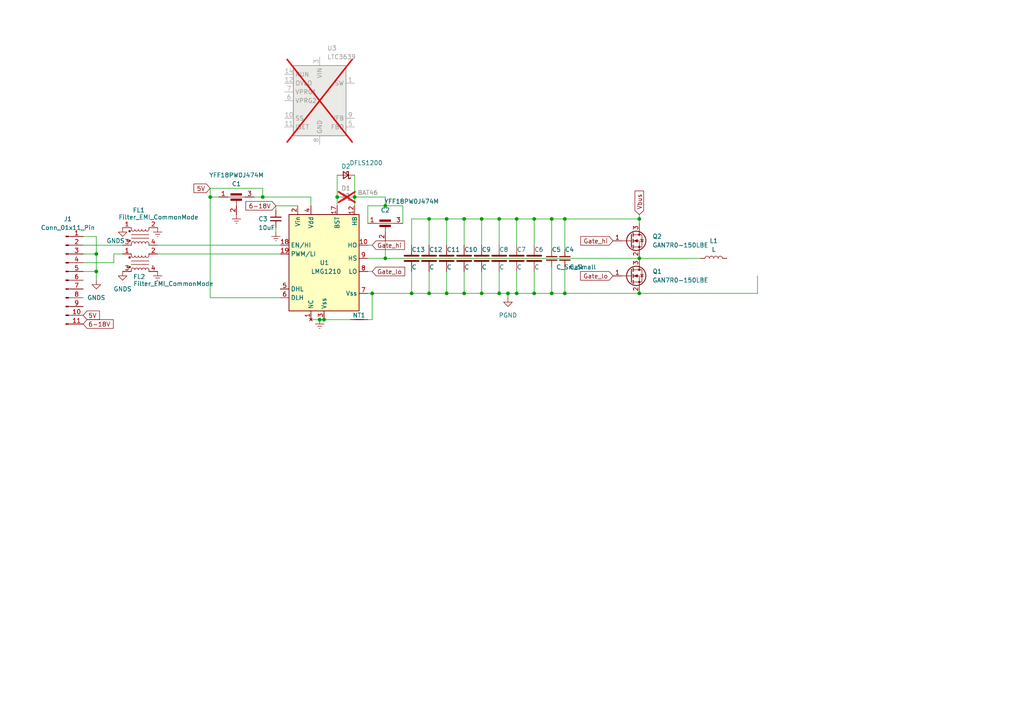
<source format=kicad_sch>
(kicad_sch (version 20230819) (generator eeschema)
  (paper "A4")
  (lib_symbols
    (symbol "Connector:Conn_01x11_Pin" (pin_names (offset 1.016) hide)
      (property "Reference" "J" (at 0 15.24 0))
      (property "Value" "Conn_01x11_Pin" (at 0 -15.24 0))
      (symbol "Conn_01x11_Pin_1_1"
        (polyline (pts (xy 1.27 -12.7) (xy 0.8636 -12.7)) (stroke (width 0.1524)))
        (polyline (pts (xy 1.27 -10.16) (xy 0.8636 -10.16)) (stroke (width 0.1524)))
        (polyline (pts (xy 1.27 -7.62) (xy 0.8636 -7.62)) (stroke (width 0.1524)))
        (polyline (pts (xy 1.27 -5.08) (xy 0.8636 -5.08)) (stroke (width 0.1524)))
        (polyline (pts (xy 1.27 -2.54) (xy 0.8636 -2.54)) (stroke (width 0.1524)))
        (polyline (pts (xy 1.27 0) (xy 0.8636 0)) (stroke (width 0.1524)))
        (polyline (pts (xy 1.27 2.54) (xy 0.8636 2.54)) (stroke (width 0.1524)))
        (polyline (pts (xy 1.27 5.08) (xy 0.8636 5.08)) (stroke (width 0.1524)))
        (polyline (pts (xy 1.27 7.62) (xy 0.8636 7.62)) (stroke (width 0.1524)))
        (polyline (pts (xy 1.27 10.16) (xy 0.8636 10.16)) (stroke (width 0.1524)))
        (polyline (pts (xy 1.27 12.7) (xy 0.8636 12.7)) (stroke (width 0.1524)))
        (rectangle (start 0.8636 -12.573) (end 0 -12.827) (stroke (width 0.1524)) (fill (type outline)))
        (rectangle (start 0.8636 -10.033) (end 0 -10.287) (stroke (width 0.1524)) (fill (type outline)))
        (rectangle (start 0.8636 -7.493) (end 0 -7.747) (stroke (width 0.1524)) (fill (type outline)))
        (rectangle (start 0.8636 -4.953) (end 0 -5.207) (stroke (width 0.1524)) (fill (type outline)))
        (rectangle (start 0.8636 -2.413) (end 0 -2.667) (stroke (width 0.1524)) (fill (type outline)))
        (rectangle (start 0.8636 0.127) (end 0 -0.127) (stroke (width 0.1524)) (fill (type outline)))
        (rectangle (start 0.8636 2.667) (end 0 2.413) (stroke (width 0.1524)) (fill (type outline)))
        (rectangle (start 0.8636 5.207) (end 0 4.953) (stroke (width 0.1524)) (fill (type outline)))
        (rectangle (start 0.8636 7.747) (end 0 7.493) (stroke (width 0.1524)) (fill (type outline)))
        (rectangle (start 0.8636 10.287) (end 0 10.033) (stroke (width 0.1524)) (fill (type outline)))
        (rectangle (start 0.8636 12.827) (end 0 12.573) (stroke (width 0.1524)) (fill (type outline)))
        (pin passive line (at 5.08 12.7 180) (length 3.81) (name "Pin_1") (number "1"))
        (pin passive line (at 5.08 -10.16 180) (length 3.81) (name "Pin_10") (number "10"))
        (pin passive line (at 5.08 -12.7 180) (length 3.81) (name "Pin_11") (number "11"))
        (pin passive line (at 5.08 10.16 180) (length 3.81) (name "Pin_2") (number "2"))
        (pin passive line (at 5.08 7.62 180) (length 3.81) (name "Pin_3") (number "3"))
        (pin passive line (at 5.08 5.08 180) (length 3.81) (name "Pin_4") (number "4"))
        (pin passive line (at 5.08 2.54 180) (length 3.81) (name "Pin_5") (number "5"))
        (pin passive line (at 5.08 0 180) (length 3.81) (name "Pin_6") (number "6"))
        (pin passive line (at 5.08 -2.54 180) (length 3.81) (name "Pin_7") (number "7"))
        (pin passive line (at 5.08 -5.08 180) (length 3.81) (name "Pin_8") (number "8"))
        (pin passive line (at 5.08 -7.62 180) (length 3.81) (name "Pin_9") (number "9"))
      )
    )
    (symbol "Device:C" (pin_numbers hide) (pin_names (offset 0.254))
      (property "Reference" "C" (at 0.635 2.54 0))
      (property "Value" "C" (at 0.635 -2.54 0))
      (symbol "C_0_1"
        (polyline (pts (xy -2.032 -0.762) (xy 2.032 -0.762)) (stroke (width 0.508)))
        (polyline (pts (xy -2.032 0.762) (xy 2.032 0.762)) (stroke (width 0.508)))
      )
      (symbol "C_1_1"
        (pin passive line (at 0 3.81 270) (length 2.794) (name "~") (number "1"))
        (pin passive line (at 0 -3.81 90) (length 2.794) (name "~") (number "2"))
      )
    )
    (symbol "Device:C_Feedthrough" (pin_names (offset 0.254) hide)
      (property "Reference" "C" (at 0 7.62 0))
      (property "Value" "C_Feedthrough" (at 0 5.715 0))
      (symbol "C_Feedthrough_0_1"
        (rectangle (start -1.651 1.524) (end 1.524 2.032) (fill (type outline)))
        (polyline (pts (xy -2.54 2.54) (xy 2.54 2.54)))
        (polyline (pts (xy 0 0) (xy 0 1.778)))
        (rectangle (start 1.524 3.048) (end -1.651 3.556) (fill (type outline)))
      )
      (symbol "C_Feedthrough_1_1"
        (pin passive line (at -5.08 2.54 0) (length 2.54) (name "1") (number "1"))
        (pin passive line (at 0 -2.54 90) (length 2.54) (name "2") (number "2"))
        (pin passive line (at 5.08 2.54 180) (length 2.54) (name "3") (number "3"))
      )
    )
    (symbol "Device:C_Small" (pin_numbers hide) (pin_names (offset 0.254) hide)
      (property "Reference" "C" (at 0.254 1.778 0))
      (property "Value" "C_Small" (at 0.254 -2.032 0))
      (symbol "C_Small_0_1"
        (polyline (pts (xy -1.524 -0.508) (xy 1.524 -0.508)) (stroke (width 0.3302)))
        (polyline (pts (xy -1.524 0.508) (xy 1.524 0.508)) (stroke (width 0.3048)))
      )
      (symbol "C_Small_1_1"
        (pin passive line (at 0 2.54 270) (length 2.032) (name "~") (number "1"))
        (pin passive line (at 0 -2.54 90) (length 2.032) (name "~") (number "2"))
      )
    )
    (symbol "Device:D_Schottky_Small" (pin_numbers hide) (pin_names (offset 0.254) hide)
      (property "Reference" "D" (at -1.27 2.032 0))
      (property "Value" "D_Schottky_Small" (at -7.112 -2.032 0))
      (symbol "D_Schottky_Small_0_1"
        (polyline (pts (xy -0.762 0) (xy 0.762 0)))
        (polyline (pts (xy 0.762 -1.016) (xy -0.762 0) (xy 0.762 1.016) (xy 0.762 -1.016)) (stroke (width 0.254)))
        (polyline (pts (xy -1.27 0.762) (xy -1.27 1.016) (xy -0.762 1.016) (xy -0.762 -1.016) (xy -0.254 -1.016) (xy -0.254 -0.762)) (stroke (width 0.254)))
      )
      (symbol "D_Schottky_Small_1_1"
        (pin passive line (at -2.54 0 0) (length 1.778) (name "K") (number "1"))
        (pin passive line (at 2.54 0 180) (length 1.778) (name "A") (number "2"))
      )
    )
    (symbol "Device:Filter_EMI_CommonMode" (pin_names (offset 0.254) hide)
      (property "Reference" "FL" (at 0 4.445 0))
      (property "Value" "Filter_EMI_CommonMode" (at 0 -4.445 0))
      (symbol "Filter_EMI_CommonMode_0_1"
        (circle (center -3.048 -1.27) (radius 0.254) (fill (type outline)))
        (circle (center -3.048 1.524) (radius 0.254) (fill (type outline)))
        (arc (start -2.54 2.032) (mid -2.032 1.5262) (end -1.524 2.032))
        (arc (start -1.524 -2.032) (mid -2.032 -1.5262) (end -2.54 -2.032))
        (arc (start -1.524 2.032) (mid -1.016 1.5262) (end -0.508 2.032))
        (arc (start -0.508 -2.032) (mid -1.016 -1.5262) (end -1.524 -2.032))
        (arc (start -0.508 2.032) (mid 0 1.5262) (end 0.508 2.032))
        (polyline (pts (xy -2.54 -2.032) (xy -2.54 -2.54)))
        (polyline (pts (xy -2.54 0.508) (xy 2.54 0.508)))
        (polyline (pts (xy -2.54 2.032) (xy -2.54 2.54)))
        (polyline (pts (xy 2.54 -2.032) (xy 2.54 -2.54)))
        (polyline (pts (xy 2.54 -0.508) (xy -2.54 -0.508)))
        (polyline (pts (xy 2.54 2.54) (xy 2.54 2.032)))
        (arc (start 0.508 -2.032) (mid 0 -1.5262) (end -0.508 -2.032))
        (arc (start 0.508 2.032) (mid 1.016 1.5262) (end 1.524 2.032))
        (arc (start 1.524 -2.032) (mid 1.016 -1.5262) (end 0.508 -2.032))
        (arc (start 1.524 2.032) (mid 2.032 1.5262) (end 2.54 2.032))
        (arc (start 2.54 -2.032) (mid 2.032 -1.5262) (end 1.524 -2.032))
      )
      (symbol "Filter_EMI_CommonMode_1_1"
        (pin passive line (at -5.08 2.54 0) (length 2.54) (name "1") (number "1"))
        (pin passive line (at 5.08 2.54 180) (length 2.54) (name "2") (number "2"))
        (pin passive line (at -5.08 -2.54 0) (length 2.54) (name "3") (number "3"))
        (pin passive line (at 5.08 -2.54 180) (length 2.54) (name "4") (number "4"))
      )
    )
    (symbol "Device:L" (pin_numbers hide) (pin_names (offset 1.016) hide)
      (property "Reference" "L" (at -1.27 0 90))
      (property "Value" "L" (at 1.905 0 90))
      (symbol "L_0_1"
        (arc (start 0 -2.54) (mid 0.6323 -1.905) (end 0 -1.27))
        (arc (start 0 -1.27) (mid 0.6323 -0.635) (end 0 0))
        (arc (start 0 0) (mid 0.6323 0.635) (end 0 1.27))
        (arc (start 0 1.27) (mid 0.6323 1.905) (end 0 2.54))
      )
      (symbol "L_1_1"
        (pin passive line (at 0 3.81 270) (length 1.27) (name "1") (number "1"))
        (pin passive line (at 0 -3.81 90) (length 1.27) (name "2") (number "2"))
      )
    )
    (symbol "Device:NetTie_2" (pin_numbers hide) (pin_names (offset 0) hide) (in_bom no)
      (property "Reference" "NT" (at 0 1.27 0))
      (property "Value" "NetTie_2" (at 0 -1.27 0))
      (symbol "NetTie_2_0_1"
        (polyline (pts (xy -1.27 0) (xy 1.27 0)) (stroke (width 0.254)))
      )
      (symbol "NetTie_2_1_1"
        (pin passive line (at -2.54 0 0) (length 2.54) (name "1") (number "1"))
        (pin passive line (at 2.54 0 180) (length 2.54) (name "2") (number "2"))
      )
    )
    (symbol "Regulator_Switching:LTC3639"
      (property "Reference" "U" (at -7.874 11.43 0))
      (property "Value" "LTC3639" (at 1.016 11.43 0))
      (symbol "LTC3639_0_1"
        (rectangle (start -7.62 10.16) (end 7.62 -10.16) (stroke (width 0.254)) (fill (type background)))
      )
      (symbol "LTC3639_1_1"
        (pin passive line (at 10.16 5.08 180) (length 2.54) (name "SW") (number "1"))
        (pin passive line (at -10.16 -5.08 0) (length 2.54) (name "SS") (number "10"))
        (pin passive line (at -10.16 -7.62 0) (length 2.54) (name "ISET") (number "11"))
        (pin input line (at -10.16 5.08 0) (length 2.54) (name "OVLO") (number "12"))
        (pin input line (at -10.16 7.62 0) (length 2.54) (name "RUN") (number "14"))
        (pin passive line (at 0 -12.7 90) (length 2.54) hide (name "GND") (number "16"))
        (pin passive line (at 0 -12.7 90) (length 2.54) hide (name "GND") (number "17"))
        (pin power_in line (at 0 12.7 270) (length 2.54) (name "VIN") (number "3"))
        (pin output line (at 10.16 -7.62 180) (length 2.54) (name "FBO") (number "5"))
        (pin input line (at -10.16 0 0) (length 2.54) (name "VPRG2") (number "6"))
        (pin input line (at -10.16 2.54 0) (length 2.54) (name "VPRG1") (number "7"))
        (pin power_in line (at 0 -12.7 90) (length 2.54) (name "GND") (number "8"))
        (pin input line (at 10.16 -5.08 180) (length 2.54) (name "VFB") (number "9"))
      )
    )
    (symbol "Transistor_FET:2N7002" (pin_names hide)
      (property "Reference" "Q" (at 5.08 1.905 0))
      (property "Value" "2N7002" (at 5.08 0 0))
      (symbol "2N7002_0_1"
        (polyline (pts (xy 0.254 0) (xy -2.54 0)))
        (polyline (pts (xy 0.254 1.905) (xy 0.254 -1.905)) (stroke (width 0.254)))
        (polyline (pts (xy 0.762 -1.27) (xy 0.762 -2.286)) (stroke (width 0.254)))
        (polyline (pts (xy 0.762 0.508) (xy 0.762 -0.508)) (stroke (width 0.254)))
        (polyline (pts (xy 0.762 2.286) (xy 0.762 1.27)) (stroke (width 0.254)))
        (polyline (pts (xy 2.54 2.54) (xy 2.54 1.778)))
        (polyline (pts (xy 2.54 -2.54) (xy 2.54 0) (xy 0.762 0)))
        (polyline (pts (xy 0.762 -1.778) (xy 3.302 -1.778) (xy 3.302 1.778) (xy 0.762 1.778)))
        (polyline (pts (xy 1.016 0) (xy 2.032 0.381) (xy 2.032 -0.381) (xy 1.016 0)) (fill (type outline)))
        (polyline (pts (xy 2.794 0.508) (xy 2.921 0.381) (xy 3.683 0.381) (xy 3.81 0.254)))
        (polyline (pts (xy 3.302 0.381) (xy 2.921 -0.254) (xy 3.683 -0.254) (xy 3.302 0.381)))
        (circle (center 1.651 0) (radius 2.794) (stroke (width 0.254)))
        (circle (center 2.54 -1.778) (radius 0.254) (fill (type outline)))
        (circle (center 2.54 1.778) (radius 0.254) (fill (type outline)))
      )
      (symbol "2N7002_1_1"
        (pin input line (at -5.08 0 0) (length 2.54) (name "G") (number "1"))
        (pin passive line (at 2.54 -5.08 90) (length 2.54) (name "S") (number "2"))
        (pin passive line (at 2.54 5.08 270) (length 2.54) (name "D") (number "3"))
      )
    )
    (symbol "lmg1210:LMG1210"
      (property "Reference" "U" (at 5.715 5.715 0))
      (property "Value" "LMG1210" (at 6.35 -6.35 0))
      (symbol "LMG1210_0_1"
        (rectangle (start -10.16 13.97) (end 10.16 -13.97) (stroke (width 0.254)) (fill (type background)))
      )
      (symbol "LMG1210_1_1"
        (pin no_connect line (at -3.81 -16.51 90) (length 2.54) (name "NC") (number "1"))
        (pin output line (at 12.7 5.08 180) (length 2.54) (name "HO") (number "10"))
        (pin input line (at 12.7 1.27 180) (length 2.54) hide (name "HS") (number "11"))
        (pin input line (at 8.89 16.51 270) (length 2.54) (name "HB") (number "12"))
        (pin input line (at 12.7 1.27 180) (length 2.54) hide (name "HS") (number "13"))
        (pin input line (at 12.7 1.27 180) (length 2.54) hide (name "HS") (number "14"))
        (pin input line (at 12.7 1.27 180) (length 2.54) hide (name "HS") (number "15"))
        (pin input line (at 12.7 1.27 180) (length 2.54) hide (name "HS") (number "16"))
        (pin input line (at 3.81 16.51 270) (length 2.54) (name "BST") (number "17"))
        (pin input line (at -12.7 5.08 0) (length 2.54) (name "EN/HI") (number "18"))
        (pin input line (at -12.7 2.54 0) (length 2.54) (name "PWM/LI") (number "19"))
        (pin input line (at -7.62 16.51 270) (length 2.54) (name "Vin") (number "2"))
        (pin input line (at 0 -16.51 90) (length 2.54) hide (name "Vss") (number "20"))
        (pin input line (at 12.7 1.27 180) (length 2.54) hide (name "HS") (number "21"))
        (pin input line (at 0 -16.51 90) (length 2.54) (name "Vss") (number "3"))
        (pin input line (at -3.81 16.51 270) (length 2.54) (name "Vdd") (number "4"))
        (pin input line (at -12.7 -7.62 0) (length 2.54) (name "DHL") (number "5"))
        (pin input line (at -12.7 -10.16 0) (length 2.54) (name "DLH") (number "6"))
        (pin input line (at 12.7 -8.89 180) (length 2.54) (name "Vss") (number "7"))
        (pin output line (at 12.7 -2.54 180) (length 2.54) (name "LO") (number "8"))
        (pin input line (at 12.7 1.27 180) (length 2.54) (name "HS") (number "9"))
      )
    )
    (symbol "power:Earth" (power) (pin_names (offset 0))
      (symbol "Earth_0_1"
        (polyline (pts (xy -0.635 -1.905) (xy 0.635 -1.905)))
        (polyline (pts (xy -0.127 -2.54) (xy 0.127 -2.54)))
        (polyline (pts (xy 0 -1.27) (xy 0 0)))
        (polyline (pts (xy 1.27 -1.27) (xy -1.27 -1.27)))
      )
      (symbol "Earth_1_1"
        (pin power_in line (at 0 0 270) (length 0) hide (name "Earth") (number "1"))
      )
    )
    (symbol "power:GND" (power) (pin_names (offset 0))
      (property "Value" "GND" (at 0 -3.81 0))
      (symbol "GND_0_1"
        (polyline (pts (xy 0 0) (xy 0 -1.27) (xy 1.27 -1.27) (xy 0 -2.54) (xy -1.27 -1.27) (xy 0 -1.27)))
      )
      (symbol "GND_1_1"
        (pin power_in line (at 0 0 270) (length 0) hide (name "GND") (number "1"))
      )
    )
    (symbol "power:GNDS" (power) (pin_names (offset 0))
      (property "Value" "GNDS" (at 0 -3.81 0))
      (symbol "GNDS_0_1"
        (polyline (pts (xy 0 0) (xy 0 -1.27) (xy 1.27 -1.27) (xy 0 -2.54) (xy -1.27 -1.27) (xy 0 -1.27)))
      )
      (symbol "GNDS_1_1"
        (pin power_in line (at 0 0 270) (length 0) hide (name "GNDS") (number "1"))
      )
    )
  )
  (junction (at 124.46 63.5))
  (junction (at 27.94 78.74))
  (junction (at 111.76 74.93))
  (junction (at 154.94 85.09))
  (junction (at 139.7 63.5))
  (junction (at 154.94 63.5))
  (junction (at 27.94 73.66))
  (junction (at 185.42 74.93))
  (junction (at 107.95 85.09))
  (junction (at 160.02 63.5))
  (junction (at 134.62 85.09))
  (junction (at 93.98 92.71))
  (junction (at 92.71 92.71))
  (junction (at 160.02 85.09))
  (junction (at 147.32 85.09))
  (junction (at 60.96 57.15))
  (junction (at 149.86 85.09))
  (junction (at 134.62 63.5))
  (junction (at 149.86 63.5))
  (junction (at 163.83 63.5))
  (junction (at 185.42 63.5))
  (junction (at 76.2 57.15))
  (junction (at 144.78 85.09))
  (junction (at 129.54 85.09))
  (junction (at 129.54 63.5))
  (junction (at 119.38 85.09))
  (junction (at 102.87 57.15))
  (junction (at 163.83 85.09))
  (junction (at 97.79 57.15))
  (junction (at 185.42 85.09))
  (junction (at 144.78 63.5))
  (junction (at 111.76 59.69))
  (junction (at 124.46 85.09))
  (junction (at 139.7 85.09))
  (wire (pts (xy 134.62 85.09) (xy 139.7 85.09)))
  (wire (pts (xy 219.71 80.01) (xy 219.71 85.09)))
  (wire (pts (xy 154.94 78.74) (xy 154.94 85.09)))
  (wire (pts (xy 102.87 57.15) (xy 102.87 59.69)))
  (wire (pts (xy 24.13 78.74) (xy 27.94 78.74)))
  (wire (pts (xy 149.86 85.09) (xy 147.32 85.09)))
  (wire (pts (xy 163.83 77.47) (xy 163.83 85.09)))
  (wire (pts (xy 124.46 85.09) (xy 129.54 85.09)))
  (wire (pts (xy 92.71 92.71) (xy 93.98 92.71)))
  (wire (pts (xy 124.46 78.74) (xy 124.46 85.09)))
  (wire (pts (xy 160.02 77.47) (xy 160.02 85.09)))
  (wire (pts (xy 24.13 71.12) (xy 35.56 71.12)))
  (wire (pts (xy 80.01 60.96) (xy 80.01 59.69)))
  (wire (pts (xy 185.42 85.09) (xy 219.71 85.09)))
  (wire (pts (xy 139.7 71.12) (xy 139.7 63.5)))
  (wire (pts (xy 76.2 57.15) (xy 76.2 54.61)))
  (wire (pts (xy 107.95 85.09) (xy 107.95 92.71)))
  (wire (pts (xy 139.7 78.74) (xy 139.7 85.09)))
  (wire (pts (xy 185.42 63.5) (xy 185.42 64.77)))
  (wire (pts (xy 144.78 85.09) (xy 147.32 85.09)))
  (wire (pts (xy 154.94 63.5) (xy 154.94 71.12)))
  (wire (pts (xy 106.68 74.93) (xy 111.76 74.93)))
  (wire (pts (xy 106.68 92.71) (xy 107.95 92.71)))
  (wire (pts (xy 129.54 63.5) (xy 134.62 63.5)))
  (wire (pts (xy 106.68 71.12) (xy 107.95 71.12)))
  (wire (pts (xy 149.86 63.5) (xy 154.94 63.5)))
  (wire (pts (xy 24.13 73.66) (xy 27.94 73.66)))
  (wire (pts (xy 149.86 85.09) (xy 154.94 85.09)))
  (wire (pts (xy 73.66 57.15) (xy 76.2 57.15)))
  (wire (pts (xy 134.62 63.5) (xy 139.7 63.5)))
  (wire (pts (xy 144.78 78.74) (xy 144.78 85.09)))
  (wire (pts (xy 119.38 78.74) (xy 119.38 85.09)))
  (wire (pts (xy 119.38 71.12) (xy 119.38 63.5)))
  (wire (pts (xy 27.94 68.58) (xy 24.13 68.58)))
  (wire (pts (xy 106.68 85.09) (xy 107.95 85.09)))
  (wire (pts (xy 144.78 63.5) (xy 149.86 63.5)))
  (wire (pts (xy 27.94 73.66) (xy 27.94 68.58)))
  (wire (pts (xy 149.86 71.12) (xy 149.86 63.5)))
  (wire (pts (xy 160.02 63.5) (xy 163.83 63.5)))
  (wire (pts (xy 185.42 62.23) (xy 185.42 63.5)))
  (wire (pts (xy 163.83 63.5) (xy 163.83 72.39)))
  (wire (pts (xy 106.68 78.74) (xy 107.95 78.74)))
  (wire (pts (xy 33.02 73.66) (xy 33.02 76.2)))
  (wire (pts (xy 116.84 59.69) (xy 111.76 59.69)))
  (wire (pts (xy 119.38 63.5) (xy 124.46 63.5)))
  (wire (pts (xy 116.84 64.77) (xy 116.84 59.69)))
  (wire (pts (xy 27.94 81.28) (xy 27.94 78.74)))
  (wire (pts (xy 33.02 76.2) (xy 24.13 76.2)))
  (wire (pts (xy 163.83 63.5) (xy 185.42 63.5)))
  (wire (pts (xy 111.76 59.69) (xy 111.76 57.15)))
  (wire (pts (xy 106.68 64.77) (xy 106.68 59.69)))
  (wire (pts (xy 80.01 59.69) (xy 86.36 59.69)))
  (wire (pts (xy 124.46 71.12) (xy 124.46 63.5)))
  (wire (pts (xy 60.96 54.61) (xy 76.2 54.61)))
  (wire (pts (xy 27.94 78.74) (xy 27.94 73.66)))
  (wire (pts (xy 45.72 73.66) (xy 81.28 73.66)))
  (wire (pts (xy 144.78 71.12) (xy 144.78 63.5)))
  (wire (pts (xy 134.62 63.5) (xy 134.62 71.12)))
  (wire (pts (xy 111.76 69.85) (xy 111.76 74.93)))
  (wire (pts (xy 139.7 63.5) (xy 144.78 63.5)))
  (wire (pts (xy 80.01 66.04) (xy 80.01 67.31)))
  (wire (pts (xy 60.96 54.61) (xy 60.96 57.15)))
  (wire (pts (xy 45.72 71.12) (xy 81.28 71.12)))
  (wire (pts (xy 102.87 57.15) (xy 111.76 57.15)))
  (wire (pts (xy 163.83 85.09) (xy 185.42 85.09)))
  (wire (pts (xy 76.2 57.15) (xy 90.17 57.15)))
  (wire (pts (xy 97.79 57.15) (xy 97.79 59.69)))
  (wire (pts (xy 160.02 85.09) (xy 154.94 85.09)))
  (wire (pts (xy 102.87 50.8) (xy 102.87 57.15)))
  (wire (pts (xy 119.38 85.09) (xy 124.46 85.09)))
  (wire (pts (xy 97.79 50.8) (xy 97.79 57.15)))
  (wire (pts (xy 35.56 73.66) (xy 33.02 73.66)))
  (wire (pts (xy 160.02 85.09) (xy 163.83 85.09)))
  (wire (pts (xy 90.17 57.15) (xy 90.17 59.69)))
  (wire (pts (xy 124.46 63.5) (xy 129.54 63.5)))
  (wire (pts (xy 185.42 74.93) (xy 203.2 74.93)))
  (wire (pts (xy 90.17 92.71) (xy 92.71 92.71)))
  (wire (pts (xy 147.32 86.36) (xy 147.32 85.09)))
  (wire (pts (xy 134.62 78.74) (xy 134.62 85.09)))
  (wire (pts (xy 160.02 63.5) (xy 160.02 72.39)))
  (wire (pts (xy 107.95 85.09) (xy 119.38 85.09)))
  (wire (pts (xy 60.96 86.36) (xy 81.28 86.36)))
  (wire (pts (xy 129.54 78.74) (xy 129.54 85.09)))
  (wire (pts (xy 60.96 57.15) (xy 63.5 57.15)))
  (wire (pts (xy 93.98 92.71) (xy 101.6 92.71)))
  (wire (pts (xy 149.86 78.74) (xy 149.86 85.09)))
  (wire (pts (xy 129.54 85.09) (xy 134.62 85.09)))
  (wire (pts (xy 139.7 85.09) (xy 144.78 85.09)))
  (wire (pts (xy 106.68 59.69) (xy 111.76 59.69)))
  (wire (pts (xy 129.54 71.12) (xy 129.54 63.5)))
  (wire (pts (xy 60.96 57.15) (xy 60.96 86.36)))
  (wire (pts (xy 111.76 74.93) (xy 185.42 74.93)))
  (wire (pts (xy 160.02 63.5) (xy 154.94 63.5)))
  (global_label "Gate_lo" (shape input) (at 107.95 78.74 0) (property "Intersheetrefs" "${INTERSHEET_REFS}" (effects hide)))
  (global_label "Gate_lo" (shape input) (at 177.8 80.01 180) (property "Intersheetrefs" "${INTERSHEET_REFS}" (effects hide)))
  (global_label "Vbus" (shape input) (at 185.42 62.23 90) (property "Intersheetrefs" "${INTERSHEET_REFS}" (effects hide)))
  (global_label "5V" (shape input) (at 60.96 54.61 180) (property "Intersheetrefs" "${INTERSHEET_REFS}" (effects hide)))
  (global_label "Gate_hi" (shape input) (at 177.8 69.85 180) (property "Intersheetrefs" "${INTERSHEET_REFS}" (effects hide)))
  (global_label "Gate_hi" (shape input) (at 107.95 71.12 0) (property "Intersheetrefs" "${INTERSHEET_REFS}" (effects hide)))
  (global_label "5V" (shape input) (at 24.13 91.44 0) (property "Intersheetrefs" "${INTERSHEET_REFS}" (effects hide)))
  (global_label "6-18V" (shape input) (at 24.13 93.98 0) (property "Intersheetrefs" "${INTERSHEET_REFS}" (effects hide)))
  (global_label "6-18V" (shape input) (at 80.01 59.69 180) (property "Intersheetrefs" "${INTERSHEET_REFS}" (effects hide)))
  (symbol (lib_id "power:GNDS") (at 27.94 81.28 0) (unit 1)
    (property "Reference" "#PWR09" (effects hide))
    (property "Value" "GNDS" (at 27.94 86.36 0))
    (property "Description" "Power symbol creates a global label with name \"GNDS\" , signal ground" (effects hide))
  )
  (symbol (lib_id "Device:C_Small") (at 160.02 74.93 0) (unit 1)
    (property "Reference" "C5" (at 160.02 72.39 0) (effects (justify left)))
    (property "Value" "C_Small" (at 161.29 77.47 0) (effects (justify left)))
    (property "Footprint" "Capacitor_SMD:C_0805_2012Metric_Pad1.18x1.45mm_HandSolder" (effects hide))
    (property "Description" "Unpolarized capacitor, small symbol" (effects hide))
  )
  (symbol (lib_id "Connector:Conn_01x11_Pin") (at 19.05 81.28 0) (unit 1)
    (property "Reference" "J1" (at 19.685 63.5 0))
    (property "Value" "Conn_01x11_Pin" (at 19.685 66.04 0))
    (property "Description" "Generic connector, single row, 01x11, script generated" (effects hide))
  )
  (symbol (lib_id "lmg1210:LMG1210") (at 93.98 76.2 0) (unit 1)
    (property "Reference" "U1" (at 92.71 76.2 0) (effects (justify left)))
    (property "Value" "LMG1210" (at 90.17 78.74 0) (effects (justify left)))
    (property "Footprint" "lmg1210:lmg1210" (effects hide))
    (property "Datasheet" "https://www.ti.com/lit/ds/symlink/lmg1210.pdf?ts=1693858198967" (effects hide))
    (property "Description" "LMG1210 200-V, 1.5-A, 3-A half-bridge MOSFET and GaN FET driver with adjustable dead time for applications up to 50 MHz" (effects hide))
  )
  (symbol (lib_id "Device:C") (at 144.78 74.93 0) (unit 1)
    (property "Reference" "C8" (at 144.78 72.39 0) (effects (justify left)))
    (property "Value" "C" (at 144.78 77.47 0) (effects (justify left)))
    (property "Footprint" "Capacitor_SMD:C_1206_3216Metric_Pad1.33x1.80mm_HandSolder" (effects hide))
    (property "Description" "Unpolarized capacitor" (effects hide))
  )
  (symbol (lib_id "Device:C") (at 124.46 74.93 0) (unit 1)
    (property "Reference" "C12" (at 124.46 72.39 0) (effects (justify left)))
    (property "Value" "C" (at 124.46 77.47 0) (effects (justify left)))
    (property "Footprint" "Capacitor_SMD:C_2225_5664Metric_Pad1.80x6.60mm_HandSolder" (effects hide))
    (property "Description" "Unpolarized capacitor" (effects hide))
  )
  (symbol (lib_id "Device:Filter_EMI_CommonMode") (at 40.64 76.2 0) (unit 1)
    (property "Reference" "FL2" (at 40.386 80.264 0))
    (property "Value" "Filter_EMI_CommonMode" (at 50.292 82.296 0))
    (property "Description" "EMI 2-inductor common mode filter" (effects hide))
  )
  (symbol (lib_id "power:Earth") (at 92.71 92.71 0) (unit 1)
    (property "Reference" "#PWR01" (effects hide))
    (property "Value" "Earth" (effects hide))
  )
  (symbol (lib_id "Device:C") (at 129.54 74.93 0) (unit 1)
    (property "Reference" "C11" (at 129.54 72.39 0) (effects (justify left)))
    (property "Value" "C" (at 129.54 77.47 0) (effects (justify left)))
    (property "Footprint" "Capacitor_SMD:C_1206_3216Metric_Pad1.33x1.80mm_HandSolder" (effects hide))
    (property "Description" "Unpolarized capacitor" (effects hide))
  )
  (symbol (lib_id "power:GNDS") (at 35.56 66.04 0) (unit 1)
    (property "Reference" "#PWR08" (effects hide))
    (property "Value" "GNDS" (at 33.528 69.85 0))
    (property "Description" "Power symbol creates a global label with name \"GNDS\" , signal ground" (effects hide))
  )
  (symbol (lib_id "power:Earth") (at 45.72 66.04 0) (unit 1)
    (property "Reference" "#PWR06" (effects hide))
    (property "Value" "Earth" (effects hide))
  )
  (symbol (lib_id "Device:C_Small") (at 80.01 63.5 0) (unit 1)
    (property "Reference" "C3" (at 74.93 63.5 0) (effects (justify left)))
    (property "Value" "10uF" (at 74.93 66.04 0) (effects (justify left)))
    (property "Description" "Unpolarized capacitor, small symbol" (effects hide))
  )
  (symbol (lib_id "Device:NetTie_2") (at 104.14 92.71 0) (unit 1) (in_bom no)
    (property "Reference" "NT1" (at 104.14 91.44 0))
    (property "Value" " " (at 104.14 90.17 0))
    (property "Footprint" "NetTie:NetTie-2_SMD_Pad0.5mm" (effects hide))
    (property "Description" "Net tie, 2 pins" (effects hide))
  )
  (symbol (lib_id "Transistor_FET:2N7002") (at 182.88 69.85 0) (unit 1)
    (property "Reference" "Q2" (at 189.23 68.58 0) (effects (justify left)))
    (property "Value" "GAN7R0-150LBE" (at 189.23 71.12 0) (effects (justify left)))
    (property "Footprint" "usbalbin:FCLGA3(SOT8073-1)" (effects hide))
    (property "Datasheet" "https://www.onsemi.com/pub/Collateral/NDS7002A-D.PDF" (effects hide))
    (property "Description" "0.115A Id, 60V Vds, N-Channel MOSFET, SOT-23" (effects hide))
  )
  (symbol (lib_id "Device:C") (at 119.38 74.93 0) (unit 1)
    (property "Reference" "C13" (at 119.38 72.39 0) (effects (justify left)))
    (property "Value" "C" (at 119.38 77.47 0) (effects (justify left)))
    (property "Footprint" "Capacitor_SMD:C_2225_5664Metric_Pad1.80x6.60mm_HandSolder" (effects hide))
    (property "Description" "Unpolarized capacitor" (effects hide))
  )
  (symbol (lib_id "Transistor_FET:2N7002") (at 182.88 80.01 0) (unit 1)
    (property "Reference" "Q1" (at 189.23 78.74 0) (effects (justify left)))
    (property "Value" "GAN7R0-150LBE" (at 189.23 81.28 0) (effects (justify left)))
    (property "Footprint" "usbalbin:FCLGA3(SOT8073-1)" (effects hide))
    (property "Datasheet" "https://www.onsemi.com/pub/Collateral/NDS7002A-D.PDF" (effects hide))
    (property "Description" "0.115A Id, 60V Vds, N-Channel MOSFET, SOT-23" (effects hide))
  )
  (symbol (lib_id "power:Earth") (at 45.72 78.74 0) (unit 1)
    (property "Reference" "#PWR03" (effects hide))
    (property "Value" "Earth" (effects hide))
  )
  (symbol (lib_id "Device:D_Schottky_Small") (at 100.33 50.8 180) (unit 1)
    (property "Reference" "D2" (at 100.33 48.26 0))
    (property "Value" "DFLS1200" (at 106.172 47.244 0))
    (property "Footprint" "Diode_SMD:D_PowerDI-123" (effects hide))
    (property "Description" "Schottky diode, small symbol" (effects hide))
  )
  (symbol (lib_id "Device:D_Schottky_Small") (at 100.33 57.15 180) (unit 1) (in_bom no) (dnp yes)
    (property "Reference" "D1" (at 100.33 54.61 0))
    (property "Value" "BAT46" (at 106.68 55.88 0))
    (property "Footprint" "Diode_SMD:D_SOD-323F" (effects hide))
    (property "Description" "Schottky diode, small symbol" (effects hide))
  )
  (symbol (lib_id "power:GNDS") (at 35.56 78.74 0) (unit 1)
    (property "Reference" "#PWR07" (effects hide))
    (property "Value" "GNDS" (at 35.56 83.82 0))
    (property "Description" "Power symbol creates a global label with name \"GNDS\" , signal ground" (effects hide))
  )
  (symbol (lib_id "Device:C_Feedthrough") (at 111.76 67.31 0) (unit 1)
    (property "Reference" "C2" (at 111.76 60.96 0))
    (property "Value" "YFF18PW0J474M" (at 119.38 58.42 0))
    (property "Footprint" "usbalbin:C_0603_1608Metric_Feedthrough" (effects hide))
    (property "Description" "Feedthrough capacitor" (effects hide))
  )
  (symbol (lib_id "power:GND") (at 147.32 86.36 0) (unit 1)
    (property "Reference" "#PWR02" (effects hide))
    (property "Value" "PGND" (at 147.32 91.44 0))
    (property "Description" "Power symbol creates a global label with name \"GND\" , ground" (effects hide))
  )
  (symbol (lib_id "Device:Filter_EMI_CommonMode") (at 40.64 68.58 0) (unit 1)
    (property "Reference" "FL1" (at 40.259 60.96 0))
    (property "Value" "Filter_EMI_CommonMode" (at 45.974 62.992 0))
    (property "Description" "EMI 2-inductor common mode filter" (effects hide))
  )
  (symbol (lib_id "power:Earth") (at 68.58 62.23 0) (unit 1)
    (property "Reference" "#PWR05" (effects hide))
    (property "Value" "Earth" (effects hide))
  )
  (symbol (lib_id "Device:C") (at 134.62 74.93 0) (unit 1)
    (property "Reference" "C10" (at 134.62 72.39 0) (effects (justify left)))
    (property "Value" "C" (at 134.62 77.47 0) (effects (justify left)))
    (property "Footprint" "Capacitor_SMD:C_1206_3216Metric_Pad1.33x1.80mm_HandSolder" (effects hide))
    (property "Description" "Unpolarized capacitor" (effects hide))
  )
  (symbol (lib_id "Device:C") (at 139.7 74.93 0) (unit 1)
    (property "Reference" "C9" (at 139.7 72.39 0) (effects (justify left)))
    (property "Value" "C" (at 139.7 77.47 0) (effects (justify left)))
    (property "Footprint" "Capacitor_SMD:C_1206_3216Metric_Pad1.33x1.80mm_HandSolder" (effects hide))
    (property "Description" "Unpolarized capacitor" (effects hide))
  )
  (symbol (lib_id "Device:C") (at 149.86 74.93 0) (unit 1)
    (property "Reference" "C7" (at 149.86 72.39 0) (effects (justify left)))
    (property "Value" "C" (at 149.86 77.47 0) (effects (justify left)))
    (property "Footprint" "Capacitor_SMD:C_1206_3216Metric_Pad1.33x1.80mm_HandSolder" (effects hide))
    (property "Description" "Unpolarized capacitor" (effects hide))
  )
  (symbol (lib_id "power:Earth") (at 80.01 67.31 0) (unit 1)
    (property "Reference" "#PWR04" (effects hide))
    (property "Value" "Earth" (effects hide))
  )
  (symbol (lib_id "Device:L") (at 207.01 74.93 90) (unit 1)
    (property "Reference" "L1" (at 207.01 69.85 90))
    (property "Value" "L" (at 207.01 72.39 90))
    (property "Description" "Inductor" (effects hide))
  )
  (symbol (lib_id "Regulator_Switching:LTC3639") (at 92.71 29.21 0) (unit 1) (in_bom no) (on_board no) (dnp yes)
    (property "Reference" "U3" (at 94.9041 13.97 0) (effects (justify left)))
    (property "Value" "LTC3639" (at 94.9041 16.51 0) (effects (justify left)))
    (property "Footprint" "Package_SO:Linear_MSOP-12-16-1EP_3x4mm_P0.5mm" (effects hide))
    (property "Datasheet" "https://www.analog.com/media/en/technical-documentation/data-sheets/3639fd.pdf" (effects hide))
    (property "Description" "100mA High efficiency 150V syncrhonous step-down converter, MSOP-16(12)" (effects hide))
  )
  (symbol (lib_id "Device:C_Feedthrough") (at 68.58 59.69 0) (unit 1)
    (property "Reference" "C1" (at 68.58 53.34 0))
    (property "Value" "YFF18PW0J474M" (at 68.58 50.8 0))
    (property "Footprint" "usbalbin:C_0603_1608Metric_Feedthrough" (effects hide))
    (property "Description" "Feedthrough capacitor" (effects hide))
  )
  (symbol (lib_id "Device:C") (at 154.94 74.93 0) (unit 1)
    (property "Reference" "C6" (at 154.94 72.39 0) (effects (justify left)))
    (property "Value" "C" (at 154.94 77.47 0) (effects (justify left)))
    (property "Footprint" "Capacitor_SMD:C_1206_3216Metric_Pad1.33x1.80mm_HandSolder" (effects hide))
    (property "Description" "Unpolarized capacitor" (effects hide))
  )
  (symbol (lib_id "Device:C_Small") (at 163.83 74.93 0) (unit 1)
    (property "Reference" "C4" (at 163.83 72.39 0) (effects (justify left)))
    (property "Value" "C_Small" (at 165.1 77.47 0) (effects (justify left)))
    (property "Footprint" "Capacitor_SMD:C_0805_2012Metric_Pad1.18x1.45mm_HandSolder" (effects hide))
    (property "Description" "Unpolarized capacitor, small symbol" (effects hide))
  )
)
</source>
